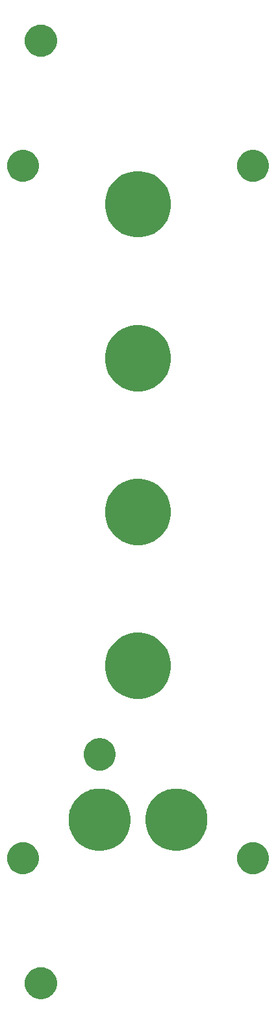
<source format=gbs>
G04 #@! TF.GenerationSoftware,KiCad,Pcbnew,(5.1.0)-1*
G04 #@! TF.CreationDate,2019-05-26T15:51:55-04:00*
G04 #@! TF.ProjectId,EG_Panel,45475f50-616e-4656-9c2e-6b696361645f,rev?*
G04 #@! TF.SameCoordinates,Original*
G04 #@! TF.FileFunction,Soldermask,Bot*
G04 #@! TF.FilePolarity,Negative*
%FSLAX46Y46*%
G04 Gerber Fmt 4.6, Leading zero omitted, Abs format (unit mm)*
G04 Created by KiCad (PCBNEW (5.1.0)-1) date 2019-05-26 15:51:55*
%MOMM*%
%LPD*%
G04 APERTURE LIST*
%ADD10C,0.100000*%
G04 APERTURE END LIST*
D10*
G36*
X37906373Y-153457024D02*
G01*
X38107589Y-153497048D01*
X38486671Y-153654069D01*
X38827835Y-153882028D01*
X39117972Y-154172165D01*
X39345931Y-154513329D01*
X39502952Y-154892411D01*
X39583000Y-155294842D01*
X39583000Y-155705158D01*
X39502952Y-156107589D01*
X39345931Y-156486671D01*
X39117972Y-156827835D01*
X38827835Y-157117972D01*
X38486671Y-157345931D01*
X38107589Y-157502952D01*
X37906373Y-157542976D01*
X37705159Y-157583000D01*
X37294841Y-157583000D01*
X37093627Y-157542976D01*
X36892411Y-157502952D01*
X36513329Y-157345931D01*
X36172165Y-157117972D01*
X35882028Y-156827835D01*
X35654069Y-156486671D01*
X35497048Y-156107589D01*
X35417000Y-155705158D01*
X35417000Y-155294842D01*
X35497048Y-154892411D01*
X35654069Y-154513329D01*
X35882028Y-154172165D01*
X36172165Y-153882028D01*
X36513329Y-153654069D01*
X36892411Y-153497048D01*
X37093627Y-153457024D01*
X37294841Y-153417000D01*
X37705159Y-153417000D01*
X37906373Y-153457024D01*
X37906373Y-153457024D01*
G37*
G36*
X65556373Y-137207024D02*
G01*
X65757589Y-137247048D01*
X66025639Y-137358078D01*
X66118681Y-137396617D01*
X66136671Y-137404069D01*
X66477835Y-137632028D01*
X66767972Y-137922165D01*
X66995931Y-138263329D01*
X67152952Y-138642411D01*
X67233000Y-139044842D01*
X67233000Y-139455158D01*
X67152952Y-139857589D01*
X66995931Y-140236671D01*
X66767972Y-140577835D01*
X66477835Y-140867972D01*
X66136671Y-141095931D01*
X65757589Y-141252952D01*
X65355159Y-141333000D01*
X64944841Y-141333000D01*
X64542411Y-141252952D01*
X64163329Y-141095931D01*
X63822165Y-140867972D01*
X63532028Y-140577835D01*
X63304069Y-140236671D01*
X63147048Y-139857589D01*
X63067000Y-139455158D01*
X63067000Y-139044842D01*
X63147048Y-138642411D01*
X63304069Y-138263329D01*
X63532028Y-137922165D01*
X63822165Y-137632028D01*
X64163329Y-137404069D01*
X64181320Y-137396617D01*
X64274361Y-137358078D01*
X64542411Y-137247048D01*
X64743627Y-137207024D01*
X64944841Y-137167000D01*
X65355159Y-137167000D01*
X65556373Y-137207024D01*
X65556373Y-137207024D01*
G37*
G36*
X35556373Y-137207024D02*
G01*
X35757589Y-137247048D01*
X36025639Y-137358078D01*
X36118681Y-137396617D01*
X36136671Y-137404069D01*
X36477835Y-137632028D01*
X36767972Y-137922165D01*
X36995931Y-138263329D01*
X37152952Y-138642411D01*
X37233000Y-139044842D01*
X37233000Y-139455158D01*
X37152952Y-139857589D01*
X36995931Y-140236671D01*
X36767972Y-140577835D01*
X36477835Y-140867972D01*
X36136671Y-141095931D01*
X35757589Y-141252952D01*
X35355159Y-141333000D01*
X34944841Y-141333000D01*
X34542411Y-141252952D01*
X34163329Y-141095931D01*
X33822165Y-140867972D01*
X33532028Y-140577835D01*
X33304069Y-140236671D01*
X33147048Y-139857589D01*
X33067000Y-139455158D01*
X33067000Y-139044842D01*
X33147048Y-138642411D01*
X33304069Y-138263329D01*
X33532028Y-137922165D01*
X33822165Y-137632028D01*
X34163329Y-137404069D01*
X34181320Y-137396617D01*
X34274361Y-137358078D01*
X34542411Y-137247048D01*
X34743627Y-137207024D01*
X34944841Y-137167000D01*
X35355159Y-137167000D01*
X35556373Y-137207024D01*
X35556373Y-137207024D01*
G37*
G36*
X46331632Y-130354677D02*
G01*
X46637005Y-130481167D01*
X47068868Y-130660050D01*
X47732362Y-131103383D01*
X48296617Y-131667638D01*
X48739950Y-132331132D01*
X48918833Y-132762995D01*
X49045323Y-133068368D01*
X49201000Y-133851010D01*
X49201000Y-134648990D01*
X49045323Y-135431632D01*
X48918833Y-135737005D01*
X48739950Y-136168868D01*
X48296617Y-136832362D01*
X47732362Y-137396617D01*
X47068868Y-137839950D01*
X46637005Y-138018833D01*
X46331632Y-138145323D01*
X45548990Y-138301000D01*
X44751010Y-138301000D01*
X43968368Y-138145323D01*
X43662995Y-138018833D01*
X43231132Y-137839950D01*
X42567638Y-137396617D01*
X42003383Y-136832362D01*
X41560050Y-136168868D01*
X41381167Y-135737005D01*
X41254677Y-135431632D01*
X41099000Y-134648990D01*
X41099000Y-133851010D01*
X41254677Y-133068368D01*
X41381167Y-132762995D01*
X41560050Y-132331132D01*
X42003383Y-131667638D01*
X42567638Y-131103383D01*
X43231132Y-130660050D01*
X43662995Y-130481167D01*
X43968368Y-130354677D01*
X44751010Y-130199000D01*
X45548990Y-130199000D01*
X46331632Y-130354677D01*
X46331632Y-130354677D01*
G37*
G36*
X56331632Y-130354677D02*
G01*
X56637005Y-130481167D01*
X57068868Y-130660050D01*
X57732362Y-131103383D01*
X58296617Y-131667638D01*
X58739950Y-132331132D01*
X58918833Y-132762995D01*
X59045323Y-133068368D01*
X59201000Y-133851010D01*
X59201000Y-134648990D01*
X59045323Y-135431632D01*
X58918833Y-135737005D01*
X58739950Y-136168868D01*
X58296617Y-136832362D01*
X57732362Y-137396617D01*
X57068868Y-137839950D01*
X56637005Y-138018833D01*
X56331632Y-138145323D01*
X55548990Y-138301000D01*
X54751010Y-138301000D01*
X53968368Y-138145323D01*
X53662995Y-138018833D01*
X53231132Y-137839950D01*
X52567638Y-137396617D01*
X52003383Y-136832362D01*
X51560050Y-136168868D01*
X51381167Y-135737005D01*
X51254677Y-135431632D01*
X51099000Y-134648990D01*
X51099000Y-133851010D01*
X51254677Y-133068368D01*
X51381167Y-132762995D01*
X51560050Y-132331132D01*
X52003383Y-131667638D01*
X52567638Y-131103383D01*
X53231132Y-130660050D01*
X53662995Y-130481167D01*
X53968368Y-130354677D01*
X54751010Y-130199000D01*
X55548990Y-130199000D01*
X56331632Y-130354677D01*
X56331632Y-130354677D01*
G37*
G36*
X45556373Y-123707024D02*
G01*
X45757589Y-123747048D01*
X46136671Y-123904069D01*
X46477835Y-124132028D01*
X46767972Y-124422165D01*
X46995931Y-124763329D01*
X47152952Y-125142411D01*
X47233000Y-125544842D01*
X47233000Y-125955158D01*
X47152952Y-126357589D01*
X46995931Y-126736671D01*
X46767972Y-127077835D01*
X46477835Y-127367972D01*
X46136671Y-127595931D01*
X45757589Y-127752952D01*
X45355159Y-127833000D01*
X44944841Y-127833000D01*
X44542411Y-127752952D01*
X44163329Y-127595931D01*
X43822165Y-127367972D01*
X43532028Y-127077835D01*
X43304069Y-126736671D01*
X43147048Y-126357589D01*
X43067000Y-125955158D01*
X43067000Y-125544842D01*
X43147048Y-125142411D01*
X43304069Y-124763329D01*
X43532028Y-124422165D01*
X43822165Y-124132028D01*
X44163329Y-123904069D01*
X44542411Y-123747048D01*
X44743627Y-123707024D01*
X44944841Y-123667000D01*
X45355159Y-123667000D01*
X45556373Y-123707024D01*
X45556373Y-123707024D01*
G37*
G36*
X51404554Y-110114284D02*
G01*
X51404557Y-110114285D01*
X51404556Y-110114285D01*
X52187288Y-110438503D01*
X52891728Y-110909195D01*
X53490805Y-111508272D01*
X53961497Y-112212712D01*
X53961498Y-112212714D01*
X54285716Y-112995446D01*
X54451000Y-113826387D01*
X54451000Y-114673613D01*
X54285716Y-115504554D01*
X54285715Y-115504556D01*
X53961497Y-116287288D01*
X53490805Y-116991728D01*
X52891728Y-117590805D01*
X52187288Y-118061497D01*
X52187287Y-118061498D01*
X52187286Y-118061498D01*
X51404554Y-118385716D01*
X50573613Y-118551000D01*
X49726387Y-118551000D01*
X48895446Y-118385716D01*
X48112714Y-118061498D01*
X48112713Y-118061498D01*
X48112712Y-118061497D01*
X47408272Y-117590805D01*
X46809195Y-116991728D01*
X46338503Y-116287288D01*
X46014285Y-115504556D01*
X46014284Y-115504554D01*
X45849000Y-114673613D01*
X45849000Y-113826387D01*
X46014284Y-112995446D01*
X46338502Y-112212714D01*
X46338503Y-112212712D01*
X46809195Y-111508272D01*
X47408272Y-110909195D01*
X48112712Y-110438503D01*
X48895444Y-110114285D01*
X48895443Y-110114285D01*
X48895446Y-110114284D01*
X49726387Y-109949000D01*
X50573613Y-109949000D01*
X51404554Y-110114284D01*
X51404554Y-110114284D01*
G37*
G36*
X51404554Y-90114284D02*
G01*
X51404557Y-90114285D01*
X51404556Y-90114285D01*
X52187288Y-90438503D01*
X52891728Y-90909195D01*
X53490805Y-91508272D01*
X53961497Y-92212712D01*
X53961498Y-92212714D01*
X54285716Y-92995446D01*
X54451000Y-93826387D01*
X54451000Y-94673613D01*
X54285716Y-95504554D01*
X54285715Y-95504556D01*
X53961497Y-96287288D01*
X53490805Y-96991728D01*
X52891728Y-97590805D01*
X52187288Y-98061497D01*
X52187287Y-98061498D01*
X52187286Y-98061498D01*
X51404554Y-98385716D01*
X50573613Y-98551000D01*
X49726387Y-98551000D01*
X48895446Y-98385716D01*
X48112714Y-98061498D01*
X48112713Y-98061498D01*
X48112712Y-98061497D01*
X47408272Y-97590805D01*
X46809195Y-96991728D01*
X46338503Y-96287288D01*
X46014285Y-95504556D01*
X46014284Y-95504554D01*
X45849000Y-94673613D01*
X45849000Y-93826387D01*
X46014284Y-92995446D01*
X46338502Y-92212714D01*
X46338503Y-92212712D01*
X46809195Y-91508272D01*
X47408272Y-90909195D01*
X48112712Y-90438503D01*
X48895444Y-90114285D01*
X48895443Y-90114285D01*
X48895446Y-90114284D01*
X49726387Y-89949000D01*
X50573613Y-89949000D01*
X51404554Y-90114284D01*
X51404554Y-90114284D01*
G37*
G36*
X51404554Y-70114284D02*
G01*
X51404557Y-70114285D01*
X51404556Y-70114285D01*
X52187288Y-70438503D01*
X52891728Y-70909195D01*
X53490805Y-71508272D01*
X53961497Y-72212712D01*
X53961498Y-72212714D01*
X54285716Y-72995446D01*
X54451000Y-73826387D01*
X54451000Y-74673613D01*
X54285716Y-75504554D01*
X54285715Y-75504556D01*
X53961497Y-76287288D01*
X53490805Y-76991728D01*
X52891728Y-77590805D01*
X52187288Y-78061497D01*
X52187287Y-78061498D01*
X52187286Y-78061498D01*
X51404554Y-78385716D01*
X50573613Y-78551000D01*
X49726387Y-78551000D01*
X48895446Y-78385716D01*
X48112714Y-78061498D01*
X48112713Y-78061498D01*
X48112712Y-78061497D01*
X47408272Y-77590805D01*
X46809195Y-76991728D01*
X46338503Y-76287288D01*
X46014285Y-75504556D01*
X46014284Y-75504554D01*
X45849000Y-74673613D01*
X45849000Y-73826387D01*
X46014284Y-72995446D01*
X46338502Y-72212714D01*
X46338503Y-72212712D01*
X46809195Y-71508272D01*
X47408272Y-70909195D01*
X48112712Y-70438503D01*
X48895444Y-70114285D01*
X48895443Y-70114285D01*
X48895446Y-70114284D01*
X49726387Y-69949000D01*
X50573613Y-69949000D01*
X51404554Y-70114284D01*
X51404554Y-70114284D01*
G37*
G36*
X51404554Y-50114284D02*
G01*
X52187286Y-50438502D01*
X52187288Y-50438503D01*
X52891728Y-50909195D01*
X53490805Y-51508272D01*
X53961497Y-52212712D01*
X53961498Y-52212714D01*
X54285716Y-52995446D01*
X54451000Y-53826387D01*
X54451000Y-54673613D01*
X54285716Y-55504554D01*
X54285715Y-55504556D01*
X53961497Y-56287288D01*
X53490805Y-56991728D01*
X52891728Y-57590805D01*
X52187288Y-58061497D01*
X52187287Y-58061498D01*
X52187286Y-58061498D01*
X51404554Y-58385716D01*
X50573613Y-58551000D01*
X49726387Y-58551000D01*
X48895446Y-58385716D01*
X48112714Y-58061498D01*
X48112713Y-58061498D01*
X48112712Y-58061497D01*
X47408272Y-57590805D01*
X46809195Y-56991728D01*
X46338503Y-56287288D01*
X46014285Y-55504556D01*
X46014284Y-55504554D01*
X45849000Y-54673613D01*
X45849000Y-53826387D01*
X46014284Y-52995446D01*
X46338502Y-52212714D01*
X46338503Y-52212712D01*
X46809195Y-51508272D01*
X47408272Y-50909195D01*
X48112712Y-50438503D01*
X48112714Y-50438502D01*
X48895446Y-50114284D01*
X49726387Y-49949000D01*
X50573613Y-49949000D01*
X51404554Y-50114284D01*
X51404554Y-50114284D01*
G37*
G36*
X35757589Y-47247048D02*
G01*
X36136671Y-47404069D01*
X36477835Y-47632028D01*
X36767972Y-47922165D01*
X36995931Y-48263329D01*
X37152952Y-48642411D01*
X37233000Y-49044842D01*
X37233000Y-49455158D01*
X37152952Y-49857589D01*
X36995931Y-50236671D01*
X36767972Y-50577835D01*
X36477835Y-50867972D01*
X36136671Y-51095931D01*
X35757589Y-51252952D01*
X35355159Y-51333000D01*
X34944841Y-51333000D01*
X34542411Y-51252952D01*
X34163329Y-51095931D01*
X33822165Y-50867972D01*
X33532028Y-50577835D01*
X33304069Y-50236671D01*
X33147048Y-49857589D01*
X33067000Y-49455158D01*
X33067000Y-49044842D01*
X33147048Y-48642411D01*
X33304069Y-48263329D01*
X33532028Y-47922165D01*
X33822165Y-47632028D01*
X34163329Y-47404069D01*
X34542411Y-47247048D01*
X34944841Y-47167000D01*
X35355159Y-47167000D01*
X35757589Y-47247048D01*
X35757589Y-47247048D01*
G37*
G36*
X65757589Y-47247048D02*
G01*
X66136671Y-47404069D01*
X66477835Y-47632028D01*
X66767972Y-47922165D01*
X66995931Y-48263329D01*
X67152952Y-48642411D01*
X67233000Y-49044842D01*
X67233000Y-49455158D01*
X67152952Y-49857589D01*
X66995931Y-50236671D01*
X66767972Y-50577835D01*
X66477835Y-50867972D01*
X66136671Y-51095931D01*
X65757589Y-51252952D01*
X65355159Y-51333000D01*
X64944841Y-51333000D01*
X64542411Y-51252952D01*
X64163329Y-51095931D01*
X63822165Y-50867972D01*
X63532028Y-50577835D01*
X63304069Y-50236671D01*
X63147048Y-49857589D01*
X63067000Y-49455158D01*
X63067000Y-49044842D01*
X63147048Y-48642411D01*
X63304069Y-48263329D01*
X63532028Y-47922165D01*
X63822165Y-47632028D01*
X64163329Y-47404069D01*
X64542411Y-47247048D01*
X64944841Y-47167000D01*
X65355159Y-47167000D01*
X65757589Y-47247048D01*
X65757589Y-47247048D01*
G37*
G36*
X37906373Y-30957024D02*
G01*
X38107589Y-30997048D01*
X38486671Y-31154069D01*
X38827835Y-31382028D01*
X39117972Y-31672165D01*
X39345931Y-32013329D01*
X39502952Y-32392411D01*
X39583000Y-32794842D01*
X39583000Y-33205158D01*
X39502952Y-33607589D01*
X39345931Y-33986671D01*
X39117972Y-34327835D01*
X38827835Y-34617972D01*
X38486671Y-34845931D01*
X38107589Y-35002952D01*
X37906373Y-35042976D01*
X37705159Y-35083000D01*
X37294841Y-35083000D01*
X37093627Y-35042976D01*
X36892411Y-35002952D01*
X36513329Y-34845931D01*
X36172165Y-34617972D01*
X35882028Y-34327835D01*
X35654069Y-33986671D01*
X35497048Y-33607589D01*
X35417000Y-33205158D01*
X35417000Y-32794842D01*
X35497048Y-32392411D01*
X35654069Y-32013329D01*
X35882028Y-31672165D01*
X36172165Y-31382028D01*
X36513329Y-31154069D01*
X36892411Y-30997048D01*
X37093627Y-30957024D01*
X37294841Y-30917000D01*
X37705159Y-30917000D01*
X37906373Y-30957024D01*
X37906373Y-30957024D01*
G37*
M02*

</source>
